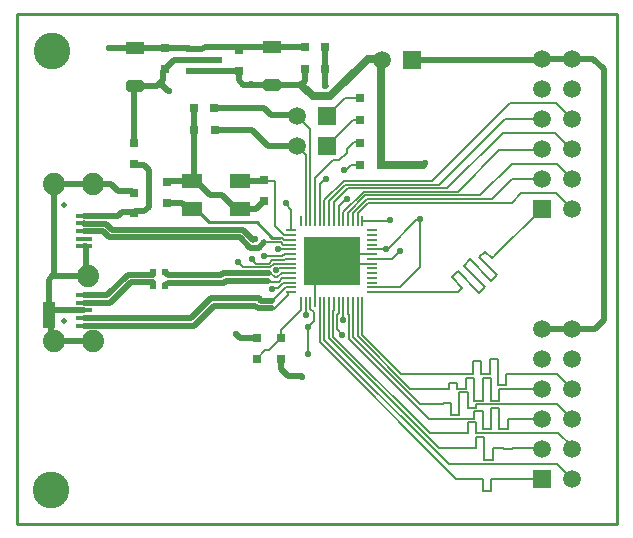
<source format=gtl>
G04*
G04 #@! TF.GenerationSoftware,Altium Limited,Altium Designer,20.2.5 (213)*
G04*
G04 Layer_Physical_Order=1*
G04 Layer_Color=255*
%FSLAX42Y42*%
%MOMM*%
G71*
G04*
G04 #@! TF.SameCoordinates,99264967-5F5F-486C-9E42-840607406226*
G04*
G04*
G04 #@! TF.FilePolarity,Positive*
G04*
G01*
G75*
%ADD11C,0.25*%
%ADD16R,1.35X0.40*%
%ADD17R,0.98X2.18*%
%ADD18R,0.80X0.80*%
%ADD19R,4.85X4.05*%
%ADD20R,0.85X0.20*%
%ADD21R,0.20X0.85*%
%ADD22R,1.50X1.00*%
G04:AMPARAMS|DCode=23|XSize=1mm|YSize=1.5mm|CornerRadius=0.25mm|HoleSize=0mm|Usage=FLASHONLY|Rotation=90.000|XOffset=0mm|YOffset=0mm|HoleType=Round|Shape=RoundedRectangle|*
%AMROUNDEDRECTD23*
21,1,1.00,1.00,0,0,90.0*
21,1,0.50,1.50,0,0,90.0*
1,1,0.50,0.50,0.25*
1,1,0.50,0.50,-0.25*
1,1,0.50,-0.50,-0.25*
1,1,0.50,-0.50,0.25*
%
%ADD23ROUNDEDRECTD23*%
%ADD24R,0.80X0.80*%
%ADD25R,0.85X0.60*%
%ADD26R,1.80X1.20*%
%ADD27R,0.50X0.60*%
%ADD46C,0.51*%
%ADD47C,0.64*%
%ADD48C,0.20*%
%ADD49C,1.50*%
%ADD50R,1.50X1.50*%
%ADD51C,3.10*%
%ADD52C,1.88*%
%ADD53C,0.50*%
%ADD54C,0.56*%
D11*
X5466Y5723D02*
X5536D01*
X5334Y5855D02*
X5466Y5723D01*
X4930Y5855D02*
X5334D01*
X4791Y5963D02*
X4821D01*
X4930Y5855D01*
X3302Y3302D02*
Y7620D01*
X8382D01*
Y3302D02*
Y7620D01*
X3302Y3302D02*
X8382D01*
D16*
X3874Y5908D02*
D03*
Y5844D02*
D03*
Y5778D02*
D03*
Y5713D02*
D03*
Y5649D02*
D03*
Y5238D02*
D03*
Y5174D02*
D03*
Y5108D02*
D03*
Y5044D02*
D03*
Y4978D02*
D03*
D17*
X3576Y5067D02*
D03*
D18*
X6387Y6337D02*
D03*
X6212D02*
D03*
X6387Y6528D02*
D03*
X6212D02*
D03*
X6385Y6718D02*
D03*
X6210D02*
D03*
X6387Y6909D02*
D03*
X6212D02*
D03*
X5917Y7341D02*
D03*
X5742D02*
D03*
X5917Y7150D02*
D03*
X5742D02*
D03*
X4978Y6639D02*
D03*
X4803D02*
D03*
X4977Y6820D02*
D03*
X4802D02*
D03*
D19*
X5969Y5524D02*
D03*
D20*
X6314Y5785D02*
D03*
Y5744D02*
D03*
Y5704D02*
D03*
Y5665D02*
D03*
Y5624D02*
D03*
Y5585D02*
D03*
Y5544D02*
D03*
Y5504D02*
D03*
Y5465D02*
D03*
Y5424D02*
D03*
Y5385D02*
D03*
Y5344D02*
D03*
Y5304D02*
D03*
Y5265D02*
D03*
X5624D02*
D03*
Y5304D02*
D03*
Y5344D02*
D03*
Y5385D02*
D03*
Y5424D02*
D03*
Y5465D02*
D03*
Y5504D02*
D03*
Y5544D02*
D03*
Y5585D02*
D03*
Y5624D02*
D03*
Y5665D02*
D03*
Y5704D02*
D03*
Y5744D02*
D03*
Y5785D02*
D03*
D21*
X6229Y5179D02*
D03*
X6189D02*
D03*
X6149D02*
D03*
X6109D02*
D03*
X6069D02*
D03*
X6029D02*
D03*
X5989D02*
D03*
X5949D02*
D03*
X5909D02*
D03*
X5869D02*
D03*
X5829D02*
D03*
X5789D02*
D03*
X5749D02*
D03*
X5709D02*
D03*
Y5869D02*
D03*
X5749D02*
D03*
X5789D02*
D03*
X5829D02*
D03*
X5869D02*
D03*
X5909D02*
D03*
X5949D02*
D03*
X5989D02*
D03*
X6029D02*
D03*
X6069D02*
D03*
X6109D02*
D03*
X6149D02*
D03*
X6189D02*
D03*
X6229D02*
D03*
D22*
X5461Y7341D02*
D03*
X4305Y7328D02*
D03*
D23*
X5461Y7020D02*
D03*
X4305Y7007D02*
D03*
D24*
X5182Y7139D02*
D03*
Y7314D02*
D03*
X4293Y6350D02*
D03*
Y6525D02*
D03*
X4559Y7153D02*
D03*
Y7328D02*
D03*
X5397Y6033D02*
D03*
Y6208D02*
D03*
X4572Y6021D02*
D03*
Y6196D02*
D03*
X4293Y5931D02*
D03*
Y6106D02*
D03*
X5334Y4700D02*
D03*
Y4875D02*
D03*
X5537Y4874D02*
D03*
Y4699D02*
D03*
D25*
X4997Y7226D02*
D03*
X4782Y7131D02*
D03*
Y7321D02*
D03*
D26*
X5191Y5963D02*
D03*
X4791D02*
D03*
Y6203D02*
D03*
X5191D02*
D03*
D27*
X4456Y5316D02*
D03*
X4561D02*
D03*
X4456Y5436D02*
D03*
X4561D02*
D03*
D46*
X7750Y4950D02*
X8200D01*
X7747Y4953D02*
X7750Y4950D01*
X8275Y5025D02*
Y7150D01*
X8200Y4950D02*
X8275Y5025D01*
X8001Y7239D02*
X8186D01*
X8275Y7150D01*
X7747Y7239D02*
X8001D01*
X6650Y7225D02*
X6657Y7232D01*
X7740D01*
X7747Y7239D01*
X5286Y7020D02*
X5461D01*
X5537Y4608D02*
X5596Y4549D01*
X5715D01*
X5537Y4608D02*
Y4699D01*
X4092Y7328D02*
X4305D01*
X4087Y7333D02*
X4092Y7328D01*
X5221Y7020D02*
X5286D01*
X4802Y6214D02*
Y6820D01*
X4791Y6203D02*
X4802Y6214D01*
X4788Y6200D02*
X4791Y6203D01*
X4100Y6180D02*
X4163Y6116D01*
X3619Y6180D02*
X4100D01*
X3576Y5085D02*
Y5365D01*
X3606Y5395D02*
X3892D01*
X4163Y6116D02*
X4282D01*
X4293Y6106D01*
X3606Y5395D02*
X3615Y5404D01*
X3576Y5365D02*
X3606Y5395D01*
X3615Y6175D02*
X3615Y6176D01*
X3615Y5404D02*
Y6175D01*
X3874Y5649D02*
X3887D01*
X3892Y5643D01*
Y5419D02*
Y5643D01*
Y5419D02*
X3910Y5401D01*
X3615Y6176D02*
X3619Y6180D01*
X3615Y4846D02*
X3951D01*
X3576Y5067D02*
X3596Y5047D01*
Y4865D02*
Y5047D01*
Y4865D02*
X3615Y4846D01*
X3600Y5108D02*
X3874D01*
X3576Y5085D02*
X3600Y5108D01*
X3576Y5067D02*
Y5085D01*
X5159Y4910D02*
X5193Y4875D01*
X5334D01*
X4517Y7034D02*
X4545Y7062D01*
X4490Y7007D02*
X4517Y7034D01*
X4577Y6975D02*
X4577D01*
X4585Y6967D01*
X4517Y7034D02*
X4577Y6975D01*
X5073Y5357D02*
X5433D01*
X5060Y5344D02*
X5073Y5357D01*
X4585Y5344D02*
X5060D01*
X5049Y5423D02*
X5440D01*
X5033Y5407D02*
X5049Y5423D01*
X4585Y5407D02*
X5033D01*
X5279Y5639D02*
X5355D01*
X5400Y5685D01*
X5917Y7012D02*
X5918Y7010D01*
X5917Y7012D02*
Y7150D01*
X4572Y6021D02*
X4703D01*
X4761Y5963D01*
X4791D01*
X5191D02*
X5328D01*
X5397Y6033D01*
X5161Y5963D02*
X5191D01*
X5039Y6086D02*
X5161Y5963D01*
X4939Y6086D02*
X5039D01*
X4821Y6203D02*
X4939Y6086D01*
X5191Y6203D02*
X5193Y6205D01*
X5395D01*
X5397Y6208D01*
X4572Y6196D02*
X4576Y6200D01*
X4788D01*
X5433Y6502D02*
X5678D01*
X5296Y6639D02*
X5433Y6502D01*
X4978Y6639D02*
X5296D01*
X5675Y6759D02*
X5678Y6756D01*
X5456Y6759D02*
X5675D01*
X4977Y6820D02*
X5395D01*
X5456Y6759D01*
X4895Y7341D02*
X5461D01*
X4782Y7321D02*
X4875D01*
X4895Y7341D01*
X5742Y7341D02*
X5742Y7341D01*
X5461Y7341D02*
X5742D01*
X5461Y7341D02*
X5461Y7341D01*
X5917Y7341D02*
X5917Y7341D01*
X5917Y7150D02*
Y7341D01*
X5917Y7150D02*
X5917Y7150D01*
X5742Y7050D02*
Y7150D01*
X5712Y7020D02*
X5742Y7050D01*
X5461Y7020D02*
X5712D01*
X5178Y7135D02*
X5182Y7139D01*
Y7059D02*
X5221Y7020D01*
X5182Y7139D02*
X5182Y7139D01*
X5182Y7059D02*
Y7139D01*
X4782Y7131D02*
X4786Y7135D01*
X5178D01*
X4559Y7153D02*
X4633Y7226D01*
X4997D01*
X4545Y7138D02*
X4559Y7153D01*
X4545Y7062D02*
Y7138D01*
X4305Y7007D02*
X4490D01*
X4559Y7328D02*
X4763D01*
X4305D02*
X4559D01*
X4763D02*
X4769Y7321D01*
X4782D01*
X4293Y6525D02*
X4299Y6531D01*
Y7001D01*
X4305Y7007D01*
X4293Y6350D02*
X4307Y6335D01*
X4383D01*
X4425Y5987D02*
Y6294D01*
X4383Y6335D02*
X4425Y6294D01*
X4383Y5946D02*
X4425Y5987D01*
X4293Y5931D02*
X4307Y5946D01*
X4383D01*
X4282Y5941D02*
X4293Y5931D01*
X4196Y5941D02*
X4282D01*
X3874Y5908D02*
X4164D01*
X4196Y5941D01*
X4083Y5728D02*
X5191D01*
X5217Y5791D02*
X5303Y5706D01*
X4110Y5791D02*
X5217D01*
X5191Y5728D02*
X5279Y5639D01*
X3874Y5843D02*
X4058D01*
X3874Y5844D02*
X3874Y5843D01*
X4058D02*
X4110Y5791D01*
X3874Y5779D02*
X4032D01*
X3874Y5778D02*
X3874Y5779D01*
X4032D02*
X4083Y5728D01*
X5374Y5190D02*
X5468D01*
X5348Y5126D02*
X5468D01*
X4946Y5213D02*
X5351D01*
X5374Y5190D01*
X4776Y5043D02*
X4946Y5213D01*
X3874Y5043D02*
X4776D01*
X3874Y5044D02*
X3874Y5043D01*
X5325Y5149D02*
X5348Y5126D01*
X4802Y4979D02*
X4973Y5149D01*
X5325D01*
X3874Y4979D02*
X4802D01*
X3874Y4978D02*
X3874Y4979D01*
X4561Y5431D02*
Y5436D01*
Y5431D02*
X4585Y5407D01*
X4561Y5320D02*
X4585Y5344D01*
X4561Y5316D02*
Y5320D01*
X4242Y5410D02*
X4458D01*
X4268Y5347D02*
X4458D01*
X4096Y5174D02*
X4268Y5347D01*
X4069Y5238D02*
X4242Y5410D01*
X3874Y5174D02*
X4096D01*
X3874Y5174D02*
X3874Y5174D01*
X3874Y5238D02*
X4069D01*
X3874Y5238D02*
X3874Y5238D01*
D47*
X6387Y6718D02*
Y6909D01*
Y6337D02*
X6739D01*
X6279Y7239D02*
X6393D01*
X6387Y6909D02*
Y7233D01*
Y6528D02*
Y6718D01*
Y6337D02*
Y6528D01*
Y7233D02*
X6393Y7239D01*
X5712Y7020D02*
X5812Y6919D01*
X5959D01*
X6279Y7239D01*
D48*
X6709Y5872D02*
X6716Y5879D01*
X6685Y5872D02*
X6709D01*
X6453Y5640D02*
X6685Y5872D01*
X6549Y5304D02*
X6718Y5474D01*
X6716Y5879D02*
X6718Y5876D01*
Y5474D02*
Y5876D01*
X6314Y5304D02*
X6549D01*
X6815Y4567D02*
X7165D01*
Y4677D01*
X7236D01*
Y4567D02*
Y4677D01*
Y4567D02*
X7308D01*
Y4694D01*
X7379D01*
Y4475D02*
Y4694D01*
Y4475D02*
X7450D01*
Y4567D01*
X7460D01*
X6558D02*
X6815D01*
X7460D02*
X7879D01*
X6914Y4445D02*
X6962D01*
Y4493D01*
X7033D01*
Y4445D02*
Y4493D01*
Y4445D02*
X7104D01*
Y4536D01*
X7175D01*
Y4343D02*
Y4536D01*
Y4343D02*
X7247D01*
Y4536D01*
X7318D01*
Y4343D02*
Y4536D01*
Y4343D02*
X7389D01*
Y4445D01*
X7399D01*
X6634D02*
X6914D01*
X7399D02*
X7747D01*
X6868Y4313D02*
X6909D01*
Y4324D01*
X6980D01*
Y4221D02*
Y4324D01*
Y4221D02*
X7051D01*
Y4415D01*
X7122D01*
Y4285D02*
Y4415D01*
Y4285D02*
X7193D01*
Y4313D01*
X7203D01*
X6718D02*
X6868D01*
X7203D02*
X7879D01*
X7008Y4191D02*
X7175D01*
Y4254D01*
X7247D01*
Y4100D02*
Y4254D01*
Y4100D02*
X7318D01*
Y4282D01*
X7389D01*
Y4100D02*
Y4282D01*
Y4100D02*
X7460D01*
Y4191D01*
X7470D01*
X6794D02*
X7008D01*
X7470D02*
X7747D01*
X7193Y4069D02*
X7396D01*
X7193D02*
Y4159D01*
X7122D02*
X7193D01*
X7122Y4069D02*
Y4159D01*
X7112Y4069D02*
X7122D01*
X7396D02*
X7889D01*
X6800D02*
X7112D01*
X7498Y3942D02*
X7592D01*
X7498Y3938D02*
Y3942D01*
X7427Y3938D02*
X7498D01*
X7427D02*
Y3942D01*
X7346D02*
X7427D01*
X7592D02*
X7742D01*
X7343D02*
X7346D01*
X7148D02*
X7191D01*
Y4039D01*
X7262D01*
Y3838D02*
Y4039D01*
Y3838D02*
X7333D01*
Y3942D01*
X7343D01*
X6878D02*
X7148D01*
X7122Y3683D02*
X7247D01*
Y3582D02*
Y3683D01*
Y3582D02*
X7318D01*
Y3683D01*
X7328D01*
X7023D02*
X7122D01*
X7328D02*
X7747D01*
X7327Y5549D02*
X7346Y5568D01*
X7271Y5606D02*
X7327Y5549D01*
X7221Y5556D02*
X7271Y5606D01*
X7221Y5556D02*
X7367Y5409D01*
X7317Y5359D02*
X7367Y5409D01*
X7137Y5539D02*
X7317Y5359D01*
X7087Y5488D02*
X7137Y5539D01*
X7087Y5488D02*
X7266Y5309D01*
X7216Y5258D02*
X7266Y5309D01*
X7036Y5438D02*
X7216Y5258D01*
X6986Y5388D02*
X7036Y5438D01*
X6986Y5388D02*
X7076Y5298D01*
X7069Y5291D02*
X7076Y5298D01*
X7346Y5568D02*
X7747Y5969D01*
X7043Y5265D02*
X7069Y5291D01*
X6314Y5265D02*
X7043D01*
X5293Y5537D02*
Y5547D01*
X6314Y5624D02*
X6434D01*
X6229Y5869D02*
X6451D01*
X6452Y5870D01*
X6484Y5544D02*
X6540Y5601D01*
X6314Y5544D02*
X6484D01*
X5989Y5504D02*
X6314D01*
X5969Y5524D02*
X5989Y5504D01*
X6029Y5585D02*
X6314D01*
X5969Y5524D02*
X6029Y5585D01*
X5624Y5785D02*
Y5961D01*
X5580Y6005D02*
X5624Y5961D01*
X5766Y4737D02*
X5767Y4738D01*
Y4970D01*
X5768Y4971D01*
X5502Y5448D02*
X5507D01*
X6012Y4948D02*
X6058Y4902D01*
X6012Y4948D02*
Y5067D01*
X5768Y4971D02*
X5773D01*
X7869Y6863D02*
X8001Y6731D01*
X6822Y6203D02*
X7483Y6863D01*
X7869D01*
X6071Y6203D02*
X6822D01*
X7435Y6731D02*
X7747D01*
X6876Y6172D02*
X7435Y6731D01*
X6086Y6172D02*
X6876D01*
X7996Y6477D02*
X8001D01*
X7861Y6612D02*
X7996Y6477D01*
X6949Y6142D02*
X7419Y6612D01*
X7861D01*
X6106Y6142D02*
X6949D01*
X7732Y6462D02*
X7747Y6477D01*
X7386Y6462D02*
X7732D01*
X6241Y6111D02*
X7036D01*
X7386Y6462D01*
X7874Y6350D02*
X8001Y6223D01*
X7493Y6350D02*
X7874D01*
X7224Y6081D02*
X7493Y6350D01*
X6253Y6081D02*
X7224D01*
X7328Y6050D02*
X7498Y6220D01*
X7744D01*
X6266Y6050D02*
X7328D01*
X7744Y6220D02*
X7747Y6223D01*
X7869Y6101D02*
X8001Y5969D01*
X7574Y6101D02*
X7869D01*
X8001Y5969D02*
X8001D01*
X7493Y6020D02*
X7574Y6101D01*
X6279Y6020D02*
X7493D01*
X7879Y4567D02*
X8001Y4445D01*
X6189Y4890D02*
X6634Y4445D01*
X7879Y4313D02*
X8001Y4191D01*
X6149Y4882D02*
X6718Y4313D01*
X6271Y4549D02*
X6271D01*
X6025Y4844D02*
X6800Y4069D01*
X5942Y4825D02*
X6960Y3807D01*
X5979Y4884D02*
X6020Y4844D01*
X5869Y4837D02*
X7023Y3683D01*
X6271Y4549D02*
X6878Y3942D01*
X6020Y4844D02*
X6025D01*
X5869Y4837D02*
Y5179D01*
X6960Y3807D02*
X7877D01*
X6119Y4867D02*
X6794Y4191D01*
X6229Y4896D02*
X6558Y4567D01*
X6229Y4896D02*
Y5179D01*
X7889Y4069D02*
X8001Y3957D01*
Y3937D02*
Y3957D01*
X6119Y4867D02*
Y5067D01*
X6189Y4890D02*
Y5179D01*
X7742Y3942D02*
X7747Y3937D01*
X5977Y4844D02*
X6271Y4549D01*
X5949Y4871D02*
X5977Y4844D01*
X5979Y4884D02*
Y5103D01*
X5909Y4858D02*
Y5179D01*
Y4858D02*
X5942Y4825D01*
X5989Y5112D02*
Y5179D01*
X5979Y5103D02*
X5989Y5112D01*
X5949Y4871D02*
Y5179D01*
X7877Y3807D02*
X8001Y3683D01*
X6149Y4882D02*
Y5179D01*
X6109Y5077D02*
Y5179D01*
Y5077D02*
X6119Y5067D01*
X6029Y5084D02*
Y5179D01*
X6012Y5067D02*
X6029Y5084D01*
X6068Y5025D02*
Y5037D01*
X6069Y5038D01*
Y5179D01*
X5819Y5017D02*
Y5093D01*
X5773Y4971D02*
X5819Y5017D01*
X5789Y5179D02*
X5789Y5179D01*
Y5123D02*
Y5179D01*
Y5123D02*
X5819Y5093D01*
X5829Y5179D02*
Y5385D01*
X5969Y5524D01*
X5438Y5352D02*
X5520D01*
X5433Y5357D02*
X5438Y5352D01*
X5451Y5474D02*
X5479Y5502D01*
X5220Y5474D02*
X5451D01*
X5479Y5502D02*
X5575D01*
X5438Y5504D02*
X5466Y5532D01*
X5326Y5504D02*
X5438D01*
X5466Y5532D02*
X5563D01*
X5293Y5537D02*
X5326Y5504D01*
X5552Y5565D02*
X5572Y5584D01*
X5397Y5565D02*
X5552D01*
X5572Y5584D02*
X5624D01*
X5507Y5448D02*
X5522Y5464D01*
X5445Y5428D02*
X5486Y5387D01*
X5546Y5424D02*
X5624D01*
X5486Y5387D02*
X5509D01*
X5553Y5385D02*
X5624D01*
X5520Y5352D02*
X5553Y5385D01*
X5509Y5387D02*
X5546Y5424D01*
X5560Y5344D02*
X5624D01*
X5468Y5288D02*
X5478Y5298D01*
X5513D01*
X5560Y5344D01*
X5174Y5519D02*
X5220Y5474D01*
X5528Y5465D02*
X5624D01*
X5575Y5502D02*
X5578Y5504D01*
X5527Y5464D02*
X5528Y5465D01*
X5563Y5532D02*
X5575Y5544D01*
X5522Y5464D02*
X5527D01*
X5749Y5071D02*
Y5179D01*
X5334Y4700D02*
X5406Y4773D01*
X5436D02*
X5537Y4874D01*
X5406Y4773D02*
X5436D01*
X5537Y4874D02*
Y4938D01*
X5709Y5110D02*
Y5179D01*
X5537Y4938D02*
X5709Y5110D01*
X6091Y6292D02*
Y6297D01*
X6132Y6337D02*
X6212D01*
X6091Y6297D02*
X6132Y6337D01*
X6091Y6050D02*
X6093D01*
X6029Y5869D02*
Y5988D01*
X6091Y6050D01*
X6189Y5930D02*
X6279Y6020D01*
X6189Y5869D02*
X6189Y5870D01*
Y5930D01*
X6149Y5869D02*
Y5933D01*
X6266Y6050D01*
X6109Y5936D02*
X6253Y6081D01*
X6109Y5869D02*
Y5936D01*
X6069Y5939D02*
X6241Y6111D01*
X6069Y5869D02*
Y5939D01*
X5989Y6025D02*
X6106Y6142D01*
X5989Y5869D02*
Y6025D01*
X5949Y6035D02*
X6086Y6172D01*
X5949Y5869D02*
Y6035D01*
X5909Y5869D02*
Y6041D01*
X6071Y6203D01*
X5911Y6218D02*
Y6220D01*
X5869Y5869D02*
Y6176D01*
X5911Y6218D01*
X5977Y6378D02*
X6033D01*
X6099Y6444D02*
Y6472D01*
X6033Y6378D02*
X6099Y6444D01*
X5829Y5869D02*
Y6230D01*
X5977Y6378D01*
X6209Y6530D02*
X6212Y6528D01*
X6099Y6472D02*
X6157Y6530D01*
X6209D01*
X5932Y6502D02*
X6148Y6718D01*
X6210D01*
X5932Y6756D02*
X6084Y6909D01*
X6212D01*
X5789Y5869D02*
Y6645D01*
X5678Y6756D02*
X5789Y6645D01*
X5749Y5869D02*
Y6424D01*
X5678Y6496D02*
X5749Y6424D01*
X5678Y6496D02*
Y6502D01*
X5491Y5822D02*
Y6191D01*
X5569Y5745D02*
X5624D01*
X5491Y5822D02*
X5569Y5745D01*
X5624D02*
X5624Y5744D01*
X5397Y6208D02*
X5402Y6203D01*
X5480D01*
X5491Y6191D01*
X5536Y5723D02*
X5547D01*
X5565Y5705D02*
X5624D01*
X5547Y5723D02*
X5565Y5705D01*
X5624D02*
X5624Y5704D01*
X5537Y5690D02*
X5562Y5665D01*
X5624D01*
X5405Y5690D02*
X5537D01*
X5513Y5624D02*
X5624D01*
X5512Y5626D02*
X5513Y5624D01*
X5624Y5504D02*
X5624Y5504D01*
X5578Y5504D02*
X5624D01*
Y5544D02*
X5624Y5544D01*
X5575Y5544D02*
X5624D01*
Y5584D02*
X5624Y5585D01*
X5400Y5685D02*
X5405Y5690D01*
X5583Y5304D02*
X5624D01*
X5473Y5195D02*
X5583Y5304D01*
X5597Y5265D02*
X5624D01*
X5596Y5264D02*
X5597Y5265D01*
X5596Y5237D02*
Y5264D01*
X5482Y5122D02*
X5596Y5237D01*
D49*
X6396Y7225D02*
D03*
X5678Y6502D02*
D03*
Y6756D02*
D03*
X8001Y3683D02*
D03*
X7747Y3937D02*
D03*
Y4191D02*
D03*
Y4445D02*
D03*
Y4699D02*
D03*
Y4953D02*
D03*
X8001Y3937D02*
D03*
Y4191D02*
D03*
Y4445D02*
D03*
Y4699D02*
D03*
Y4953D02*
D03*
Y5969D02*
D03*
X7747Y6223D02*
D03*
Y6477D02*
D03*
Y6731D02*
D03*
Y6985D02*
D03*
Y7239D02*
D03*
X8001Y6223D02*
D03*
Y6477D02*
D03*
Y6731D02*
D03*
Y6985D02*
D03*
Y7239D02*
D03*
D50*
X6650Y7225D02*
D03*
X5932Y6502D02*
D03*
Y6756D02*
D03*
X7747Y3683D02*
D03*
Y5969D02*
D03*
D51*
X3595Y3588D02*
D03*
X3600Y7300D02*
D03*
D52*
X3615Y6176D02*
D03*
Y4846D02*
D03*
X3951D02*
D03*
X3910Y5401D02*
D03*
X3951Y6176D02*
D03*
D53*
X3701Y6001D02*
D03*
Y5021D02*
D03*
D54*
X6012Y5603D02*
D03*
X6139Y5527D02*
D03*
Y5603D02*
D03*
X4801Y6431D02*
D03*
X4087Y7328D02*
D03*
X5720Y4547D02*
D03*
X5293Y5547D02*
D03*
X5286Y7023D02*
D03*
X6716Y5879D02*
D03*
X6434Y5624D02*
D03*
X6548Y5611D02*
D03*
X6462Y5875D02*
D03*
X6761Y6353D02*
D03*
X5583Y6020D02*
D03*
X5766Y4737D02*
D03*
X6058Y4902D02*
D03*
X5768Y4971D02*
D03*
X4595Y6962D02*
D03*
X5161Y4910D02*
D03*
X6068Y5025D02*
D03*
X5749Y5071D02*
D03*
X5397Y5565D02*
D03*
X5502Y5451D02*
D03*
X6078Y6294D02*
D03*
X6099Y6053D02*
D03*
X5921Y6223D02*
D03*
X5913Y7005D02*
D03*
X5513Y5624D02*
D03*
X5174Y5519D02*
D03*
X5321Y5712D02*
D03*
X5468Y5288D02*
D03*
M02*

</source>
